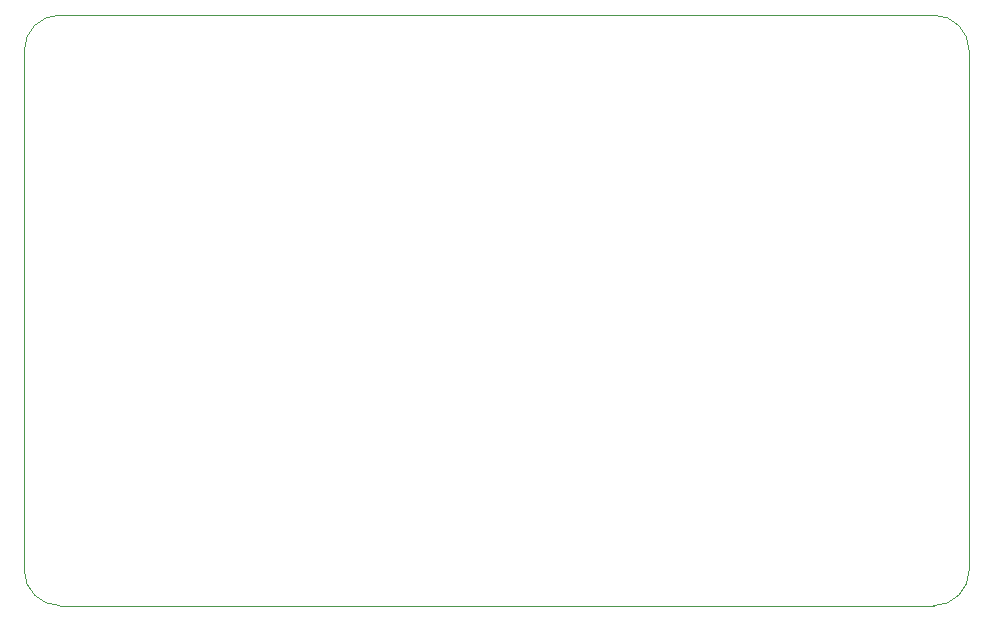
<source format=gm1>
%TF.GenerationSoftware,KiCad,Pcbnew,7.0.6-7.0.6~ubuntu20.04.1*%
%TF.CreationDate,2023-09-06T11:46:54-07:00*%
%TF.ProjectId,harp_lick_detector_capactive,68617270-5f6c-4696-936b-5f6465746563,rev?*%
%TF.SameCoordinates,PX640a5a0PY7088980*%
%TF.FileFunction,Profile,NP*%
%FSLAX46Y46*%
G04 Gerber Fmt 4.6, Leading zero omitted, Abs format (unit mm)*
G04 Created by KiCad (PCBNEW 7.0.6-7.0.6~ubuntu20.04.1) date 2023-09-06 11:46:54*
%MOMM*%
%LPD*%
G01*
G04 APERTURE LIST*
%TA.AperFunction,Profile*%
%ADD10C,0.100000*%
%TD*%
G04 APERTURE END LIST*
D10*
X80000000Y3000000D02*
X80000000Y47000000D01*
X3000000Y50000000D02*
G75*
G03*
X0Y47000000I0J-3000000D01*
G01*
X0Y3000000D02*
G75*
G03*
X3000000Y0I3000000J0D01*
G01*
X3000000Y0D02*
X77000000Y0D01*
X77000000Y0D02*
G75*
G03*
X80000000Y3000000I0J3000000D01*
G01*
X77000000Y50000000D02*
X3000000Y50000000D01*
X80000000Y47000000D02*
G75*
G03*
X77000000Y50000000I-3000000J0D01*
G01*
X0Y47000000D02*
X0Y3000000D01*
M02*

</source>
